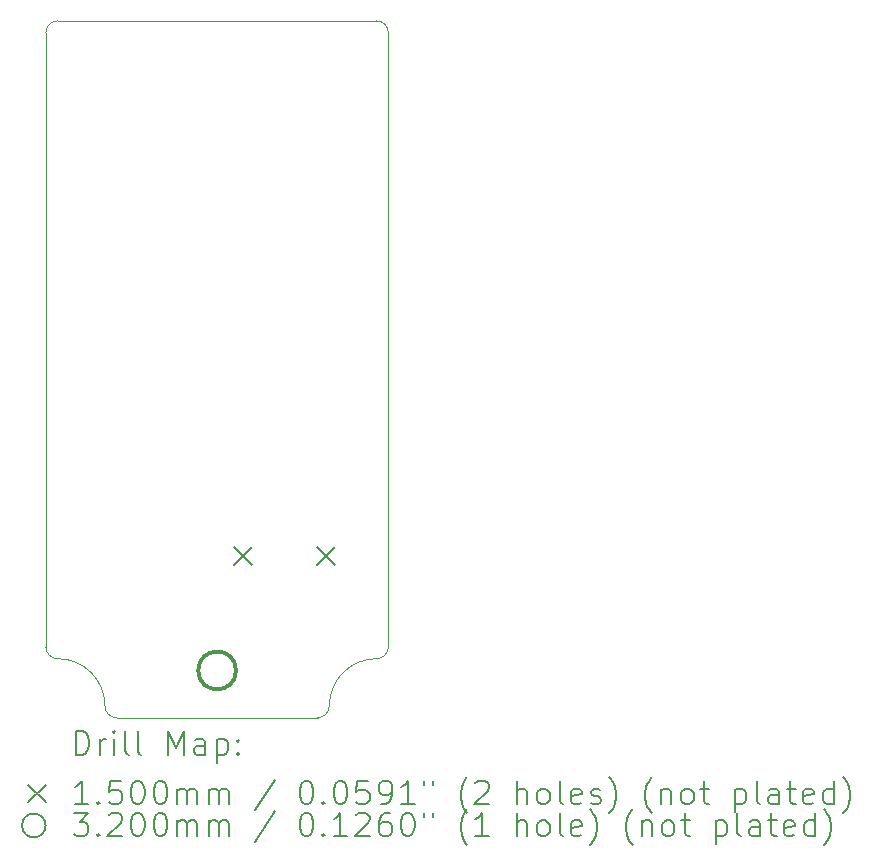
<source format=gbr>
%TF.GenerationSoftware,KiCad,Pcbnew,(6.0.9)*%
%TF.CreationDate,2022-12-02T21:40:30+00:00*%
%TF.ProjectId,PowerManagement,506f7765-724d-4616-9e61-67656d656e74,rev?*%
%TF.SameCoordinates,Original*%
%TF.FileFunction,Drillmap*%
%TF.FilePolarity,Positive*%
%FSLAX45Y45*%
G04 Gerber Fmt 4.5, Leading zero omitted, Abs format (unit mm)*
G04 Created by KiCad (PCBNEW (6.0.9)) date 2022-12-02 21:40:30*
%MOMM*%
%LPD*%
G01*
G04 APERTURE LIST*
%ADD10C,0.050000*%
%ADD11C,0.200000*%
%ADD12C,0.150000*%
%ADD13C,0.320000*%
G04 APERTURE END LIST*
D10*
X2150000Y-2050000D02*
X4850000Y-2050000D01*
X4950000Y-2150000D02*
X4950000Y-7350000D01*
X4350000Y-7950000D02*
X2650000Y-7950000D01*
X2050000Y-7350000D02*
X2050000Y-2150000D01*
X2150000Y-2050000D02*
G75*
G03*
X2050000Y-2150000I0J-100000D01*
G01*
X4950000Y-2150000D02*
G75*
G03*
X4850000Y-2050000I-100000J0D01*
G01*
X4350000Y-7950000D02*
G75*
G03*
X4450000Y-7850000I0J100000D01*
G01*
X2550000Y-7850000D02*
G75*
G03*
X2650000Y-7950000I100000J0D01*
G01*
X4850000Y-7450000D02*
G75*
G03*
X4950000Y-7350000I0J100000D01*
G01*
X2050000Y-7350000D02*
G75*
G03*
X2150000Y-7450000I100000J0D01*
G01*
X2550000Y-7850000D02*
G75*
G03*
X2150000Y-7450000I-400000J0D01*
G01*
X4850000Y-7450000D02*
G75*
G03*
X4450000Y-7850000I0J-400000D01*
G01*
D11*
D12*
X3646400Y-6504600D02*
X3796400Y-6654600D01*
X3796400Y-6504600D02*
X3646400Y-6654600D01*
X4346400Y-6504600D02*
X4496400Y-6654600D01*
X4496400Y-6504600D02*
X4346400Y-6654600D01*
D13*
X3660000Y-7550000D02*
G75*
G03*
X3660000Y-7550000I-160000J0D01*
G01*
D11*
X2305119Y-8262976D02*
X2305119Y-8062976D01*
X2352738Y-8062976D01*
X2381310Y-8072500D01*
X2400357Y-8091548D01*
X2409881Y-8110595D01*
X2419405Y-8148690D01*
X2419405Y-8177262D01*
X2409881Y-8215357D01*
X2400357Y-8234405D01*
X2381310Y-8253452D01*
X2352738Y-8262976D01*
X2305119Y-8262976D01*
X2505119Y-8262976D02*
X2505119Y-8129643D01*
X2505119Y-8167738D02*
X2514643Y-8148690D01*
X2524167Y-8139167D01*
X2543214Y-8129643D01*
X2562262Y-8129643D01*
X2628929Y-8262976D02*
X2628929Y-8129643D01*
X2628929Y-8062976D02*
X2619405Y-8072500D01*
X2628929Y-8082024D01*
X2638452Y-8072500D01*
X2628929Y-8062976D01*
X2628929Y-8082024D01*
X2752738Y-8262976D02*
X2733690Y-8253452D01*
X2724167Y-8234405D01*
X2724167Y-8062976D01*
X2857500Y-8262976D02*
X2838452Y-8253452D01*
X2828928Y-8234405D01*
X2828928Y-8062976D01*
X3086071Y-8262976D02*
X3086071Y-8062976D01*
X3152738Y-8205833D01*
X3219405Y-8062976D01*
X3219405Y-8262976D01*
X3400357Y-8262976D02*
X3400357Y-8158214D01*
X3390833Y-8139167D01*
X3371786Y-8129643D01*
X3333690Y-8129643D01*
X3314643Y-8139167D01*
X3400357Y-8253452D02*
X3381309Y-8262976D01*
X3333690Y-8262976D01*
X3314643Y-8253452D01*
X3305119Y-8234405D01*
X3305119Y-8215357D01*
X3314643Y-8196309D01*
X3333690Y-8186786D01*
X3381309Y-8186786D01*
X3400357Y-8177262D01*
X3495595Y-8129643D02*
X3495595Y-8329643D01*
X3495595Y-8139167D02*
X3514643Y-8129643D01*
X3552738Y-8129643D01*
X3571786Y-8139167D01*
X3581309Y-8148690D01*
X3590833Y-8167738D01*
X3590833Y-8224881D01*
X3581309Y-8243928D01*
X3571786Y-8253452D01*
X3552738Y-8262976D01*
X3514643Y-8262976D01*
X3495595Y-8253452D01*
X3676548Y-8243928D02*
X3686071Y-8253452D01*
X3676548Y-8262976D01*
X3667024Y-8253452D01*
X3676548Y-8243928D01*
X3676548Y-8262976D01*
X3676548Y-8139167D02*
X3686071Y-8148690D01*
X3676548Y-8158214D01*
X3667024Y-8148690D01*
X3676548Y-8139167D01*
X3676548Y-8158214D01*
D12*
X1897500Y-8517500D02*
X2047500Y-8667500D01*
X2047500Y-8517500D02*
X1897500Y-8667500D01*
D11*
X2409881Y-8682976D02*
X2295595Y-8682976D01*
X2352738Y-8682976D02*
X2352738Y-8482976D01*
X2333690Y-8511548D01*
X2314643Y-8530595D01*
X2295595Y-8540119D01*
X2495595Y-8663929D02*
X2505119Y-8673452D01*
X2495595Y-8682976D01*
X2486071Y-8673452D01*
X2495595Y-8663929D01*
X2495595Y-8682976D01*
X2686071Y-8482976D02*
X2590833Y-8482976D01*
X2581310Y-8578214D01*
X2590833Y-8568690D01*
X2609881Y-8559167D01*
X2657500Y-8559167D01*
X2676548Y-8568690D01*
X2686071Y-8578214D01*
X2695595Y-8597262D01*
X2695595Y-8644881D01*
X2686071Y-8663929D01*
X2676548Y-8673452D01*
X2657500Y-8682976D01*
X2609881Y-8682976D01*
X2590833Y-8673452D01*
X2581310Y-8663929D01*
X2819405Y-8482976D02*
X2838452Y-8482976D01*
X2857500Y-8492500D01*
X2867024Y-8502024D01*
X2876548Y-8521071D01*
X2886071Y-8559167D01*
X2886071Y-8606786D01*
X2876548Y-8644881D01*
X2867024Y-8663929D01*
X2857500Y-8673452D01*
X2838452Y-8682976D01*
X2819405Y-8682976D01*
X2800357Y-8673452D01*
X2790833Y-8663929D01*
X2781310Y-8644881D01*
X2771786Y-8606786D01*
X2771786Y-8559167D01*
X2781310Y-8521071D01*
X2790833Y-8502024D01*
X2800357Y-8492500D01*
X2819405Y-8482976D01*
X3009881Y-8482976D02*
X3028928Y-8482976D01*
X3047976Y-8492500D01*
X3057500Y-8502024D01*
X3067024Y-8521071D01*
X3076548Y-8559167D01*
X3076548Y-8606786D01*
X3067024Y-8644881D01*
X3057500Y-8663929D01*
X3047976Y-8673452D01*
X3028928Y-8682976D01*
X3009881Y-8682976D01*
X2990833Y-8673452D01*
X2981309Y-8663929D01*
X2971786Y-8644881D01*
X2962262Y-8606786D01*
X2962262Y-8559167D01*
X2971786Y-8521071D01*
X2981309Y-8502024D01*
X2990833Y-8492500D01*
X3009881Y-8482976D01*
X3162262Y-8682976D02*
X3162262Y-8549643D01*
X3162262Y-8568690D02*
X3171786Y-8559167D01*
X3190833Y-8549643D01*
X3219405Y-8549643D01*
X3238452Y-8559167D01*
X3247976Y-8578214D01*
X3247976Y-8682976D01*
X3247976Y-8578214D02*
X3257500Y-8559167D01*
X3276548Y-8549643D01*
X3305119Y-8549643D01*
X3324167Y-8559167D01*
X3333690Y-8578214D01*
X3333690Y-8682976D01*
X3428928Y-8682976D02*
X3428928Y-8549643D01*
X3428928Y-8568690D02*
X3438452Y-8559167D01*
X3457500Y-8549643D01*
X3486071Y-8549643D01*
X3505119Y-8559167D01*
X3514643Y-8578214D01*
X3514643Y-8682976D01*
X3514643Y-8578214D02*
X3524167Y-8559167D01*
X3543214Y-8549643D01*
X3571786Y-8549643D01*
X3590833Y-8559167D01*
X3600357Y-8578214D01*
X3600357Y-8682976D01*
X3990833Y-8473452D02*
X3819405Y-8730595D01*
X4247976Y-8482976D02*
X4267024Y-8482976D01*
X4286071Y-8492500D01*
X4295595Y-8502024D01*
X4305119Y-8521071D01*
X4314643Y-8559167D01*
X4314643Y-8606786D01*
X4305119Y-8644881D01*
X4295595Y-8663929D01*
X4286071Y-8673452D01*
X4267024Y-8682976D01*
X4247976Y-8682976D01*
X4228929Y-8673452D01*
X4219405Y-8663929D01*
X4209881Y-8644881D01*
X4200357Y-8606786D01*
X4200357Y-8559167D01*
X4209881Y-8521071D01*
X4219405Y-8502024D01*
X4228929Y-8492500D01*
X4247976Y-8482976D01*
X4400357Y-8663929D02*
X4409881Y-8673452D01*
X4400357Y-8682976D01*
X4390833Y-8673452D01*
X4400357Y-8663929D01*
X4400357Y-8682976D01*
X4533690Y-8482976D02*
X4552738Y-8482976D01*
X4571786Y-8492500D01*
X4581310Y-8502024D01*
X4590833Y-8521071D01*
X4600357Y-8559167D01*
X4600357Y-8606786D01*
X4590833Y-8644881D01*
X4581310Y-8663929D01*
X4571786Y-8673452D01*
X4552738Y-8682976D01*
X4533690Y-8682976D01*
X4514643Y-8673452D01*
X4505119Y-8663929D01*
X4495595Y-8644881D01*
X4486071Y-8606786D01*
X4486071Y-8559167D01*
X4495595Y-8521071D01*
X4505119Y-8502024D01*
X4514643Y-8492500D01*
X4533690Y-8482976D01*
X4781310Y-8482976D02*
X4686071Y-8482976D01*
X4676548Y-8578214D01*
X4686071Y-8568690D01*
X4705119Y-8559167D01*
X4752738Y-8559167D01*
X4771786Y-8568690D01*
X4781310Y-8578214D01*
X4790833Y-8597262D01*
X4790833Y-8644881D01*
X4781310Y-8663929D01*
X4771786Y-8673452D01*
X4752738Y-8682976D01*
X4705119Y-8682976D01*
X4686071Y-8673452D01*
X4676548Y-8663929D01*
X4886071Y-8682976D02*
X4924167Y-8682976D01*
X4943214Y-8673452D01*
X4952738Y-8663929D01*
X4971786Y-8635357D01*
X4981310Y-8597262D01*
X4981310Y-8521071D01*
X4971786Y-8502024D01*
X4962262Y-8492500D01*
X4943214Y-8482976D01*
X4905119Y-8482976D01*
X4886071Y-8492500D01*
X4876548Y-8502024D01*
X4867024Y-8521071D01*
X4867024Y-8568690D01*
X4876548Y-8587738D01*
X4886071Y-8597262D01*
X4905119Y-8606786D01*
X4943214Y-8606786D01*
X4962262Y-8597262D01*
X4971786Y-8587738D01*
X4981310Y-8568690D01*
X5171786Y-8682976D02*
X5057500Y-8682976D01*
X5114643Y-8682976D02*
X5114643Y-8482976D01*
X5095595Y-8511548D01*
X5076548Y-8530595D01*
X5057500Y-8540119D01*
X5247976Y-8482976D02*
X5247976Y-8521071D01*
X5324167Y-8482976D02*
X5324167Y-8521071D01*
X5619405Y-8759167D02*
X5609881Y-8749643D01*
X5590833Y-8721071D01*
X5581310Y-8702024D01*
X5571786Y-8673452D01*
X5562262Y-8625833D01*
X5562262Y-8587738D01*
X5571786Y-8540119D01*
X5581310Y-8511548D01*
X5590833Y-8492500D01*
X5609881Y-8463929D01*
X5619405Y-8454405D01*
X5686071Y-8502024D02*
X5695595Y-8492500D01*
X5714643Y-8482976D01*
X5762262Y-8482976D01*
X5781309Y-8492500D01*
X5790833Y-8502024D01*
X5800357Y-8521071D01*
X5800357Y-8540119D01*
X5790833Y-8568690D01*
X5676548Y-8682976D01*
X5800357Y-8682976D01*
X6038452Y-8682976D02*
X6038452Y-8482976D01*
X6124167Y-8682976D02*
X6124167Y-8578214D01*
X6114643Y-8559167D01*
X6095595Y-8549643D01*
X6067024Y-8549643D01*
X6047976Y-8559167D01*
X6038452Y-8568690D01*
X6247976Y-8682976D02*
X6228928Y-8673452D01*
X6219405Y-8663929D01*
X6209881Y-8644881D01*
X6209881Y-8587738D01*
X6219405Y-8568690D01*
X6228928Y-8559167D01*
X6247976Y-8549643D01*
X6276548Y-8549643D01*
X6295595Y-8559167D01*
X6305119Y-8568690D01*
X6314643Y-8587738D01*
X6314643Y-8644881D01*
X6305119Y-8663929D01*
X6295595Y-8673452D01*
X6276548Y-8682976D01*
X6247976Y-8682976D01*
X6428928Y-8682976D02*
X6409881Y-8673452D01*
X6400357Y-8654405D01*
X6400357Y-8482976D01*
X6581309Y-8673452D02*
X6562262Y-8682976D01*
X6524167Y-8682976D01*
X6505119Y-8673452D01*
X6495595Y-8654405D01*
X6495595Y-8578214D01*
X6505119Y-8559167D01*
X6524167Y-8549643D01*
X6562262Y-8549643D01*
X6581309Y-8559167D01*
X6590833Y-8578214D01*
X6590833Y-8597262D01*
X6495595Y-8616310D01*
X6667024Y-8673452D02*
X6686071Y-8682976D01*
X6724167Y-8682976D01*
X6743214Y-8673452D01*
X6752738Y-8654405D01*
X6752738Y-8644881D01*
X6743214Y-8625833D01*
X6724167Y-8616310D01*
X6695595Y-8616310D01*
X6676548Y-8606786D01*
X6667024Y-8587738D01*
X6667024Y-8578214D01*
X6676548Y-8559167D01*
X6695595Y-8549643D01*
X6724167Y-8549643D01*
X6743214Y-8559167D01*
X6819405Y-8759167D02*
X6828928Y-8749643D01*
X6847976Y-8721071D01*
X6857500Y-8702024D01*
X6867024Y-8673452D01*
X6876548Y-8625833D01*
X6876548Y-8587738D01*
X6867024Y-8540119D01*
X6857500Y-8511548D01*
X6847976Y-8492500D01*
X6828928Y-8463929D01*
X6819405Y-8454405D01*
X7181309Y-8759167D02*
X7171786Y-8749643D01*
X7152738Y-8721071D01*
X7143214Y-8702024D01*
X7133690Y-8673452D01*
X7124167Y-8625833D01*
X7124167Y-8587738D01*
X7133690Y-8540119D01*
X7143214Y-8511548D01*
X7152738Y-8492500D01*
X7171786Y-8463929D01*
X7181309Y-8454405D01*
X7257500Y-8549643D02*
X7257500Y-8682976D01*
X7257500Y-8568690D02*
X7267024Y-8559167D01*
X7286071Y-8549643D01*
X7314643Y-8549643D01*
X7333690Y-8559167D01*
X7343214Y-8578214D01*
X7343214Y-8682976D01*
X7467024Y-8682976D02*
X7447976Y-8673452D01*
X7438452Y-8663929D01*
X7428928Y-8644881D01*
X7428928Y-8587738D01*
X7438452Y-8568690D01*
X7447976Y-8559167D01*
X7467024Y-8549643D01*
X7495595Y-8549643D01*
X7514643Y-8559167D01*
X7524167Y-8568690D01*
X7533690Y-8587738D01*
X7533690Y-8644881D01*
X7524167Y-8663929D01*
X7514643Y-8673452D01*
X7495595Y-8682976D01*
X7467024Y-8682976D01*
X7590833Y-8549643D02*
X7667024Y-8549643D01*
X7619405Y-8482976D02*
X7619405Y-8654405D01*
X7628928Y-8673452D01*
X7647976Y-8682976D01*
X7667024Y-8682976D01*
X7886071Y-8549643D02*
X7886071Y-8749643D01*
X7886071Y-8559167D02*
X7905119Y-8549643D01*
X7943214Y-8549643D01*
X7962262Y-8559167D01*
X7971786Y-8568690D01*
X7981309Y-8587738D01*
X7981309Y-8644881D01*
X7971786Y-8663929D01*
X7962262Y-8673452D01*
X7943214Y-8682976D01*
X7905119Y-8682976D01*
X7886071Y-8673452D01*
X8095595Y-8682976D02*
X8076548Y-8673452D01*
X8067024Y-8654405D01*
X8067024Y-8482976D01*
X8257500Y-8682976D02*
X8257500Y-8578214D01*
X8247976Y-8559167D01*
X8228928Y-8549643D01*
X8190833Y-8549643D01*
X8171786Y-8559167D01*
X8257500Y-8673452D02*
X8238452Y-8682976D01*
X8190833Y-8682976D01*
X8171786Y-8673452D01*
X8162262Y-8654405D01*
X8162262Y-8635357D01*
X8171786Y-8616310D01*
X8190833Y-8606786D01*
X8238452Y-8606786D01*
X8257500Y-8597262D01*
X8324167Y-8549643D02*
X8400357Y-8549643D01*
X8352738Y-8482976D02*
X8352738Y-8654405D01*
X8362262Y-8673452D01*
X8381309Y-8682976D01*
X8400357Y-8682976D01*
X8543214Y-8673452D02*
X8524167Y-8682976D01*
X8486071Y-8682976D01*
X8467024Y-8673452D01*
X8457500Y-8654405D01*
X8457500Y-8578214D01*
X8467024Y-8559167D01*
X8486071Y-8549643D01*
X8524167Y-8549643D01*
X8543214Y-8559167D01*
X8552738Y-8578214D01*
X8552738Y-8597262D01*
X8457500Y-8616310D01*
X8724167Y-8682976D02*
X8724167Y-8482976D01*
X8724167Y-8673452D02*
X8705119Y-8682976D01*
X8667024Y-8682976D01*
X8647976Y-8673452D01*
X8638452Y-8663929D01*
X8628929Y-8644881D01*
X8628929Y-8587738D01*
X8638452Y-8568690D01*
X8647976Y-8559167D01*
X8667024Y-8549643D01*
X8705119Y-8549643D01*
X8724167Y-8559167D01*
X8800357Y-8759167D02*
X8809881Y-8749643D01*
X8828929Y-8721071D01*
X8838452Y-8702024D01*
X8847976Y-8673452D01*
X8857500Y-8625833D01*
X8857500Y-8587738D01*
X8847976Y-8540119D01*
X8838452Y-8511548D01*
X8828929Y-8492500D01*
X8809881Y-8463929D01*
X8800357Y-8454405D01*
X2047500Y-8862500D02*
G75*
G03*
X2047500Y-8862500I-100000J0D01*
G01*
X2286071Y-8752976D02*
X2409881Y-8752976D01*
X2343214Y-8829167D01*
X2371786Y-8829167D01*
X2390833Y-8838690D01*
X2400357Y-8848214D01*
X2409881Y-8867262D01*
X2409881Y-8914881D01*
X2400357Y-8933929D01*
X2390833Y-8943452D01*
X2371786Y-8952976D01*
X2314643Y-8952976D01*
X2295595Y-8943452D01*
X2286071Y-8933929D01*
X2495595Y-8933929D02*
X2505119Y-8943452D01*
X2495595Y-8952976D01*
X2486071Y-8943452D01*
X2495595Y-8933929D01*
X2495595Y-8952976D01*
X2581310Y-8772024D02*
X2590833Y-8762500D01*
X2609881Y-8752976D01*
X2657500Y-8752976D01*
X2676548Y-8762500D01*
X2686071Y-8772024D01*
X2695595Y-8791071D01*
X2695595Y-8810119D01*
X2686071Y-8838690D01*
X2571786Y-8952976D01*
X2695595Y-8952976D01*
X2819405Y-8752976D02*
X2838452Y-8752976D01*
X2857500Y-8762500D01*
X2867024Y-8772024D01*
X2876548Y-8791071D01*
X2886071Y-8829167D01*
X2886071Y-8876786D01*
X2876548Y-8914881D01*
X2867024Y-8933929D01*
X2857500Y-8943452D01*
X2838452Y-8952976D01*
X2819405Y-8952976D01*
X2800357Y-8943452D01*
X2790833Y-8933929D01*
X2781310Y-8914881D01*
X2771786Y-8876786D01*
X2771786Y-8829167D01*
X2781310Y-8791071D01*
X2790833Y-8772024D01*
X2800357Y-8762500D01*
X2819405Y-8752976D01*
X3009881Y-8752976D02*
X3028928Y-8752976D01*
X3047976Y-8762500D01*
X3057500Y-8772024D01*
X3067024Y-8791071D01*
X3076548Y-8829167D01*
X3076548Y-8876786D01*
X3067024Y-8914881D01*
X3057500Y-8933929D01*
X3047976Y-8943452D01*
X3028928Y-8952976D01*
X3009881Y-8952976D01*
X2990833Y-8943452D01*
X2981309Y-8933929D01*
X2971786Y-8914881D01*
X2962262Y-8876786D01*
X2962262Y-8829167D01*
X2971786Y-8791071D01*
X2981309Y-8772024D01*
X2990833Y-8762500D01*
X3009881Y-8752976D01*
X3162262Y-8952976D02*
X3162262Y-8819643D01*
X3162262Y-8838690D02*
X3171786Y-8829167D01*
X3190833Y-8819643D01*
X3219405Y-8819643D01*
X3238452Y-8829167D01*
X3247976Y-8848214D01*
X3247976Y-8952976D01*
X3247976Y-8848214D02*
X3257500Y-8829167D01*
X3276548Y-8819643D01*
X3305119Y-8819643D01*
X3324167Y-8829167D01*
X3333690Y-8848214D01*
X3333690Y-8952976D01*
X3428928Y-8952976D02*
X3428928Y-8819643D01*
X3428928Y-8838690D02*
X3438452Y-8829167D01*
X3457500Y-8819643D01*
X3486071Y-8819643D01*
X3505119Y-8829167D01*
X3514643Y-8848214D01*
X3514643Y-8952976D01*
X3514643Y-8848214D02*
X3524167Y-8829167D01*
X3543214Y-8819643D01*
X3571786Y-8819643D01*
X3590833Y-8829167D01*
X3600357Y-8848214D01*
X3600357Y-8952976D01*
X3990833Y-8743452D02*
X3819405Y-9000595D01*
X4247976Y-8752976D02*
X4267024Y-8752976D01*
X4286071Y-8762500D01*
X4295595Y-8772024D01*
X4305119Y-8791071D01*
X4314643Y-8829167D01*
X4314643Y-8876786D01*
X4305119Y-8914881D01*
X4295595Y-8933929D01*
X4286071Y-8943452D01*
X4267024Y-8952976D01*
X4247976Y-8952976D01*
X4228929Y-8943452D01*
X4219405Y-8933929D01*
X4209881Y-8914881D01*
X4200357Y-8876786D01*
X4200357Y-8829167D01*
X4209881Y-8791071D01*
X4219405Y-8772024D01*
X4228929Y-8762500D01*
X4247976Y-8752976D01*
X4400357Y-8933929D02*
X4409881Y-8943452D01*
X4400357Y-8952976D01*
X4390833Y-8943452D01*
X4400357Y-8933929D01*
X4400357Y-8952976D01*
X4600357Y-8952976D02*
X4486071Y-8952976D01*
X4543214Y-8952976D02*
X4543214Y-8752976D01*
X4524167Y-8781548D01*
X4505119Y-8800595D01*
X4486071Y-8810119D01*
X4676548Y-8772024D02*
X4686071Y-8762500D01*
X4705119Y-8752976D01*
X4752738Y-8752976D01*
X4771786Y-8762500D01*
X4781310Y-8772024D01*
X4790833Y-8791071D01*
X4790833Y-8810119D01*
X4781310Y-8838690D01*
X4667024Y-8952976D01*
X4790833Y-8952976D01*
X4962262Y-8752976D02*
X4924167Y-8752976D01*
X4905119Y-8762500D01*
X4895595Y-8772024D01*
X4876548Y-8800595D01*
X4867024Y-8838690D01*
X4867024Y-8914881D01*
X4876548Y-8933929D01*
X4886071Y-8943452D01*
X4905119Y-8952976D01*
X4943214Y-8952976D01*
X4962262Y-8943452D01*
X4971786Y-8933929D01*
X4981310Y-8914881D01*
X4981310Y-8867262D01*
X4971786Y-8848214D01*
X4962262Y-8838690D01*
X4943214Y-8829167D01*
X4905119Y-8829167D01*
X4886071Y-8838690D01*
X4876548Y-8848214D01*
X4867024Y-8867262D01*
X5105119Y-8752976D02*
X5124167Y-8752976D01*
X5143214Y-8762500D01*
X5152738Y-8772024D01*
X5162262Y-8791071D01*
X5171786Y-8829167D01*
X5171786Y-8876786D01*
X5162262Y-8914881D01*
X5152738Y-8933929D01*
X5143214Y-8943452D01*
X5124167Y-8952976D01*
X5105119Y-8952976D01*
X5086071Y-8943452D01*
X5076548Y-8933929D01*
X5067024Y-8914881D01*
X5057500Y-8876786D01*
X5057500Y-8829167D01*
X5067024Y-8791071D01*
X5076548Y-8772024D01*
X5086071Y-8762500D01*
X5105119Y-8752976D01*
X5247976Y-8752976D02*
X5247976Y-8791071D01*
X5324167Y-8752976D02*
X5324167Y-8791071D01*
X5619405Y-9029167D02*
X5609881Y-9019643D01*
X5590833Y-8991071D01*
X5581310Y-8972024D01*
X5571786Y-8943452D01*
X5562262Y-8895833D01*
X5562262Y-8857738D01*
X5571786Y-8810119D01*
X5581310Y-8781548D01*
X5590833Y-8762500D01*
X5609881Y-8733929D01*
X5619405Y-8724405D01*
X5800357Y-8952976D02*
X5686071Y-8952976D01*
X5743214Y-8952976D02*
X5743214Y-8752976D01*
X5724167Y-8781548D01*
X5705119Y-8800595D01*
X5686071Y-8810119D01*
X6038452Y-8952976D02*
X6038452Y-8752976D01*
X6124167Y-8952976D02*
X6124167Y-8848214D01*
X6114643Y-8829167D01*
X6095595Y-8819643D01*
X6067024Y-8819643D01*
X6047976Y-8829167D01*
X6038452Y-8838690D01*
X6247976Y-8952976D02*
X6228928Y-8943452D01*
X6219405Y-8933929D01*
X6209881Y-8914881D01*
X6209881Y-8857738D01*
X6219405Y-8838690D01*
X6228928Y-8829167D01*
X6247976Y-8819643D01*
X6276548Y-8819643D01*
X6295595Y-8829167D01*
X6305119Y-8838690D01*
X6314643Y-8857738D01*
X6314643Y-8914881D01*
X6305119Y-8933929D01*
X6295595Y-8943452D01*
X6276548Y-8952976D01*
X6247976Y-8952976D01*
X6428928Y-8952976D02*
X6409881Y-8943452D01*
X6400357Y-8924405D01*
X6400357Y-8752976D01*
X6581309Y-8943452D02*
X6562262Y-8952976D01*
X6524167Y-8952976D01*
X6505119Y-8943452D01*
X6495595Y-8924405D01*
X6495595Y-8848214D01*
X6505119Y-8829167D01*
X6524167Y-8819643D01*
X6562262Y-8819643D01*
X6581309Y-8829167D01*
X6590833Y-8848214D01*
X6590833Y-8867262D01*
X6495595Y-8886310D01*
X6657500Y-9029167D02*
X6667024Y-9019643D01*
X6686071Y-8991071D01*
X6695595Y-8972024D01*
X6705119Y-8943452D01*
X6714643Y-8895833D01*
X6714643Y-8857738D01*
X6705119Y-8810119D01*
X6695595Y-8781548D01*
X6686071Y-8762500D01*
X6667024Y-8733929D01*
X6657500Y-8724405D01*
X7019405Y-9029167D02*
X7009881Y-9019643D01*
X6990833Y-8991071D01*
X6981309Y-8972024D01*
X6971786Y-8943452D01*
X6962262Y-8895833D01*
X6962262Y-8857738D01*
X6971786Y-8810119D01*
X6981309Y-8781548D01*
X6990833Y-8762500D01*
X7009881Y-8733929D01*
X7019405Y-8724405D01*
X7095595Y-8819643D02*
X7095595Y-8952976D01*
X7095595Y-8838690D02*
X7105119Y-8829167D01*
X7124167Y-8819643D01*
X7152738Y-8819643D01*
X7171786Y-8829167D01*
X7181309Y-8848214D01*
X7181309Y-8952976D01*
X7305119Y-8952976D02*
X7286071Y-8943452D01*
X7276548Y-8933929D01*
X7267024Y-8914881D01*
X7267024Y-8857738D01*
X7276548Y-8838690D01*
X7286071Y-8829167D01*
X7305119Y-8819643D01*
X7333690Y-8819643D01*
X7352738Y-8829167D01*
X7362262Y-8838690D01*
X7371786Y-8857738D01*
X7371786Y-8914881D01*
X7362262Y-8933929D01*
X7352738Y-8943452D01*
X7333690Y-8952976D01*
X7305119Y-8952976D01*
X7428928Y-8819643D02*
X7505119Y-8819643D01*
X7457500Y-8752976D02*
X7457500Y-8924405D01*
X7467024Y-8943452D01*
X7486071Y-8952976D01*
X7505119Y-8952976D01*
X7724167Y-8819643D02*
X7724167Y-9019643D01*
X7724167Y-8829167D02*
X7743214Y-8819643D01*
X7781309Y-8819643D01*
X7800357Y-8829167D01*
X7809881Y-8838690D01*
X7819405Y-8857738D01*
X7819405Y-8914881D01*
X7809881Y-8933929D01*
X7800357Y-8943452D01*
X7781309Y-8952976D01*
X7743214Y-8952976D01*
X7724167Y-8943452D01*
X7933690Y-8952976D02*
X7914643Y-8943452D01*
X7905119Y-8924405D01*
X7905119Y-8752976D01*
X8095595Y-8952976D02*
X8095595Y-8848214D01*
X8086071Y-8829167D01*
X8067024Y-8819643D01*
X8028928Y-8819643D01*
X8009881Y-8829167D01*
X8095595Y-8943452D02*
X8076548Y-8952976D01*
X8028928Y-8952976D01*
X8009881Y-8943452D01*
X8000357Y-8924405D01*
X8000357Y-8905357D01*
X8009881Y-8886310D01*
X8028928Y-8876786D01*
X8076548Y-8876786D01*
X8095595Y-8867262D01*
X8162262Y-8819643D02*
X8238452Y-8819643D01*
X8190833Y-8752976D02*
X8190833Y-8924405D01*
X8200357Y-8943452D01*
X8219405Y-8952976D01*
X8238452Y-8952976D01*
X8381309Y-8943452D02*
X8362262Y-8952976D01*
X8324167Y-8952976D01*
X8305119Y-8943452D01*
X8295595Y-8924405D01*
X8295595Y-8848214D01*
X8305119Y-8829167D01*
X8324167Y-8819643D01*
X8362262Y-8819643D01*
X8381309Y-8829167D01*
X8390833Y-8848214D01*
X8390833Y-8867262D01*
X8295595Y-8886310D01*
X8562262Y-8952976D02*
X8562262Y-8752976D01*
X8562262Y-8943452D02*
X8543214Y-8952976D01*
X8505119Y-8952976D01*
X8486071Y-8943452D01*
X8476548Y-8933929D01*
X8467024Y-8914881D01*
X8467024Y-8857738D01*
X8476548Y-8838690D01*
X8486071Y-8829167D01*
X8505119Y-8819643D01*
X8543214Y-8819643D01*
X8562262Y-8829167D01*
X8638452Y-9029167D02*
X8647976Y-9019643D01*
X8667024Y-8991071D01*
X8676548Y-8972024D01*
X8686071Y-8943452D01*
X8695595Y-8895833D01*
X8695595Y-8857738D01*
X8686071Y-8810119D01*
X8676548Y-8781548D01*
X8667024Y-8762500D01*
X8647976Y-8733929D01*
X8638452Y-8724405D01*
M02*

</source>
